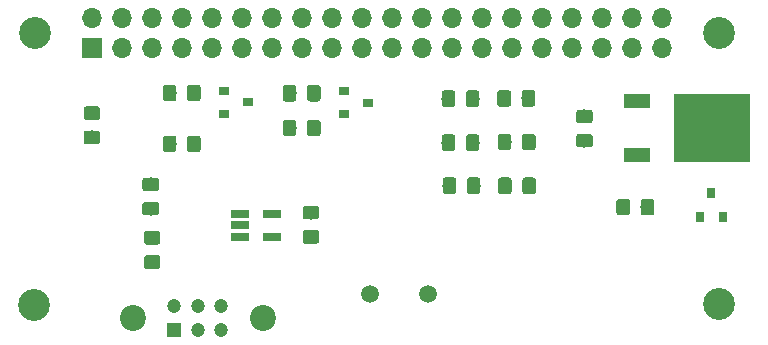
<source format=gbr>
G04 #@! TF.GenerationSoftware,KiCad,Pcbnew,(5.1.4)-1*
G04 #@! TF.CreationDate,2021-07-02T22:09:11-07:00*
G04 #@! TF.ProjectId,RocketPi,526f636b-6574-4506-992e-6b696361645f,rev?*
G04 #@! TF.SameCoordinates,Original*
G04 #@! TF.FileFunction,Soldermask,Top*
G04 #@! TF.FilePolarity,Negative*
%FSLAX46Y46*%
G04 Gerber Fmt 4.6, Leading zero omitted, Abs format (unit mm)*
G04 Created by KiCad (PCBNEW (5.1.4)-1) date 2021-07-02 22:09:11*
%MOMM*%
%LPD*%
G04 APERTURE LIST*
%ADD10C,2.700000*%
%ADD11C,0.100000*%
%ADD12C,1.150000*%
%ADD13C,1.500000*%
%ADD14R,1.560000X0.650000*%
%ADD15R,0.900000X0.800000*%
%ADD16R,6.400000X5.800000*%
%ADD17R,2.200000X1.200000*%
%ADD18R,0.800000X0.900000*%
%ADD19O,1.700000X1.700000*%
%ADD20R,1.700000X1.700000*%
%ADD21C,2.200000*%
%ADD22C,1.200000*%
%ADD23R,1.200000X1.200000*%
G04 APERTURE END LIST*
D10*
X126466600Y-45618400D03*
X126466600Y-68605400D03*
X68529200Y-68681600D03*
X68554600Y-45669200D03*
D11*
G36*
X105997105Y-50507604D02*
G01*
X106021373Y-50511204D01*
X106045172Y-50517165D01*
X106068271Y-50525430D01*
X106090450Y-50535920D01*
X106111493Y-50548532D01*
X106131199Y-50563147D01*
X106149377Y-50579623D01*
X106165853Y-50597801D01*
X106180468Y-50617507D01*
X106193080Y-50638550D01*
X106203570Y-50660729D01*
X106211835Y-50683828D01*
X106217796Y-50707627D01*
X106221396Y-50731895D01*
X106222600Y-50756399D01*
X106222600Y-51656401D01*
X106221396Y-51680905D01*
X106217796Y-51705173D01*
X106211835Y-51728972D01*
X106203570Y-51752071D01*
X106193080Y-51774250D01*
X106180468Y-51795293D01*
X106165853Y-51814999D01*
X106149377Y-51833177D01*
X106131199Y-51849653D01*
X106111493Y-51864268D01*
X106090450Y-51876880D01*
X106068271Y-51887370D01*
X106045172Y-51895635D01*
X106021373Y-51901596D01*
X105997105Y-51905196D01*
X105972601Y-51906400D01*
X105322599Y-51906400D01*
X105298095Y-51905196D01*
X105273827Y-51901596D01*
X105250028Y-51895635D01*
X105226929Y-51887370D01*
X105204750Y-51876880D01*
X105183707Y-51864268D01*
X105164001Y-51849653D01*
X105145823Y-51833177D01*
X105129347Y-51814999D01*
X105114732Y-51795293D01*
X105102120Y-51774250D01*
X105091630Y-51752071D01*
X105083365Y-51728972D01*
X105077404Y-51705173D01*
X105073804Y-51680905D01*
X105072600Y-51656401D01*
X105072600Y-50756399D01*
X105073804Y-50731895D01*
X105077404Y-50707627D01*
X105083365Y-50683828D01*
X105091630Y-50660729D01*
X105102120Y-50638550D01*
X105114732Y-50617507D01*
X105129347Y-50597801D01*
X105145823Y-50579623D01*
X105164001Y-50563147D01*
X105183707Y-50548532D01*
X105204750Y-50535920D01*
X105226929Y-50525430D01*
X105250028Y-50517165D01*
X105273827Y-50511204D01*
X105298095Y-50507604D01*
X105322599Y-50506400D01*
X105972601Y-50506400D01*
X105997105Y-50507604D01*
X105997105Y-50507604D01*
G37*
D12*
X105647600Y-51206400D03*
D11*
G36*
X103947105Y-50507604D02*
G01*
X103971373Y-50511204D01*
X103995172Y-50517165D01*
X104018271Y-50525430D01*
X104040450Y-50535920D01*
X104061493Y-50548532D01*
X104081199Y-50563147D01*
X104099377Y-50579623D01*
X104115853Y-50597801D01*
X104130468Y-50617507D01*
X104143080Y-50638550D01*
X104153570Y-50660729D01*
X104161835Y-50683828D01*
X104167796Y-50707627D01*
X104171396Y-50731895D01*
X104172600Y-50756399D01*
X104172600Y-51656401D01*
X104171396Y-51680905D01*
X104167796Y-51705173D01*
X104161835Y-51728972D01*
X104153570Y-51752071D01*
X104143080Y-51774250D01*
X104130468Y-51795293D01*
X104115853Y-51814999D01*
X104099377Y-51833177D01*
X104081199Y-51849653D01*
X104061493Y-51864268D01*
X104040450Y-51876880D01*
X104018271Y-51887370D01*
X103995172Y-51895635D01*
X103971373Y-51901596D01*
X103947105Y-51905196D01*
X103922601Y-51906400D01*
X103272599Y-51906400D01*
X103248095Y-51905196D01*
X103223827Y-51901596D01*
X103200028Y-51895635D01*
X103176929Y-51887370D01*
X103154750Y-51876880D01*
X103133707Y-51864268D01*
X103114001Y-51849653D01*
X103095823Y-51833177D01*
X103079347Y-51814999D01*
X103064732Y-51795293D01*
X103052120Y-51774250D01*
X103041630Y-51752071D01*
X103033365Y-51728972D01*
X103027404Y-51705173D01*
X103023804Y-51680905D01*
X103022600Y-51656401D01*
X103022600Y-50756399D01*
X103023804Y-50731895D01*
X103027404Y-50707627D01*
X103033365Y-50683828D01*
X103041630Y-50660729D01*
X103052120Y-50638550D01*
X103064732Y-50617507D01*
X103079347Y-50597801D01*
X103095823Y-50579623D01*
X103114001Y-50563147D01*
X103133707Y-50548532D01*
X103154750Y-50535920D01*
X103176929Y-50525430D01*
X103200028Y-50517165D01*
X103223827Y-50511204D01*
X103248095Y-50507604D01*
X103272599Y-50506400D01*
X103922601Y-50506400D01*
X103947105Y-50507604D01*
X103947105Y-50507604D01*
G37*
D12*
X103597600Y-51206400D03*
D11*
G36*
X103951905Y-54235604D02*
G01*
X103976173Y-54239204D01*
X103999972Y-54245165D01*
X104023071Y-54253430D01*
X104045250Y-54263920D01*
X104066293Y-54276532D01*
X104085999Y-54291147D01*
X104104177Y-54307623D01*
X104120653Y-54325801D01*
X104135268Y-54345507D01*
X104147880Y-54366550D01*
X104158370Y-54388729D01*
X104166635Y-54411828D01*
X104172596Y-54435627D01*
X104176196Y-54459895D01*
X104177400Y-54484399D01*
X104177400Y-55384401D01*
X104176196Y-55408905D01*
X104172596Y-55433173D01*
X104166635Y-55456972D01*
X104158370Y-55480071D01*
X104147880Y-55502250D01*
X104135268Y-55523293D01*
X104120653Y-55542999D01*
X104104177Y-55561177D01*
X104085999Y-55577653D01*
X104066293Y-55592268D01*
X104045250Y-55604880D01*
X104023071Y-55615370D01*
X103999972Y-55623635D01*
X103976173Y-55629596D01*
X103951905Y-55633196D01*
X103927401Y-55634400D01*
X103277399Y-55634400D01*
X103252895Y-55633196D01*
X103228627Y-55629596D01*
X103204828Y-55623635D01*
X103181729Y-55615370D01*
X103159550Y-55604880D01*
X103138507Y-55592268D01*
X103118801Y-55577653D01*
X103100623Y-55561177D01*
X103084147Y-55542999D01*
X103069532Y-55523293D01*
X103056920Y-55502250D01*
X103046430Y-55480071D01*
X103038165Y-55456972D01*
X103032204Y-55433173D01*
X103028604Y-55408905D01*
X103027400Y-55384401D01*
X103027400Y-54484399D01*
X103028604Y-54459895D01*
X103032204Y-54435627D01*
X103038165Y-54411828D01*
X103046430Y-54388729D01*
X103056920Y-54366550D01*
X103069532Y-54345507D01*
X103084147Y-54325801D01*
X103100623Y-54307623D01*
X103118801Y-54291147D01*
X103138507Y-54276532D01*
X103159550Y-54263920D01*
X103181729Y-54253430D01*
X103204828Y-54245165D01*
X103228627Y-54239204D01*
X103252895Y-54235604D01*
X103277399Y-54234400D01*
X103927401Y-54234400D01*
X103951905Y-54235604D01*
X103951905Y-54235604D01*
G37*
D12*
X103602400Y-54934400D03*
D11*
G36*
X106001905Y-54235604D02*
G01*
X106026173Y-54239204D01*
X106049972Y-54245165D01*
X106073071Y-54253430D01*
X106095250Y-54263920D01*
X106116293Y-54276532D01*
X106135999Y-54291147D01*
X106154177Y-54307623D01*
X106170653Y-54325801D01*
X106185268Y-54345507D01*
X106197880Y-54366550D01*
X106208370Y-54388729D01*
X106216635Y-54411828D01*
X106222596Y-54435627D01*
X106226196Y-54459895D01*
X106227400Y-54484399D01*
X106227400Y-55384401D01*
X106226196Y-55408905D01*
X106222596Y-55433173D01*
X106216635Y-55456972D01*
X106208370Y-55480071D01*
X106197880Y-55502250D01*
X106185268Y-55523293D01*
X106170653Y-55542999D01*
X106154177Y-55561177D01*
X106135999Y-55577653D01*
X106116293Y-55592268D01*
X106095250Y-55604880D01*
X106073071Y-55615370D01*
X106049972Y-55623635D01*
X106026173Y-55629596D01*
X106001905Y-55633196D01*
X105977401Y-55634400D01*
X105327399Y-55634400D01*
X105302895Y-55633196D01*
X105278627Y-55629596D01*
X105254828Y-55623635D01*
X105231729Y-55615370D01*
X105209550Y-55604880D01*
X105188507Y-55592268D01*
X105168801Y-55577653D01*
X105150623Y-55561177D01*
X105134147Y-55542999D01*
X105119532Y-55523293D01*
X105106920Y-55502250D01*
X105096430Y-55480071D01*
X105088165Y-55456972D01*
X105082204Y-55433173D01*
X105078604Y-55408905D01*
X105077400Y-55384401D01*
X105077400Y-54484399D01*
X105078604Y-54459895D01*
X105082204Y-54435627D01*
X105088165Y-54411828D01*
X105096430Y-54388729D01*
X105106920Y-54366550D01*
X105119532Y-54345507D01*
X105134147Y-54325801D01*
X105150623Y-54307623D01*
X105168801Y-54291147D01*
X105188507Y-54276532D01*
X105209550Y-54263920D01*
X105231729Y-54253430D01*
X105254828Y-54245165D01*
X105278627Y-54239204D01*
X105302895Y-54235604D01*
X105327399Y-54234400D01*
X105977401Y-54234400D01*
X106001905Y-54235604D01*
X106001905Y-54235604D01*
G37*
D12*
X105652400Y-54934400D03*
D11*
G36*
X108671505Y-50490204D02*
G01*
X108695773Y-50493804D01*
X108719572Y-50499765D01*
X108742671Y-50508030D01*
X108764850Y-50518520D01*
X108785893Y-50531132D01*
X108805599Y-50545747D01*
X108823777Y-50562223D01*
X108840253Y-50580401D01*
X108854868Y-50600107D01*
X108867480Y-50621150D01*
X108877970Y-50643329D01*
X108886235Y-50666428D01*
X108892196Y-50690227D01*
X108895796Y-50714495D01*
X108897000Y-50738999D01*
X108897000Y-51639001D01*
X108895796Y-51663505D01*
X108892196Y-51687773D01*
X108886235Y-51711572D01*
X108877970Y-51734671D01*
X108867480Y-51756850D01*
X108854868Y-51777893D01*
X108840253Y-51797599D01*
X108823777Y-51815777D01*
X108805599Y-51832253D01*
X108785893Y-51846868D01*
X108764850Y-51859480D01*
X108742671Y-51869970D01*
X108719572Y-51878235D01*
X108695773Y-51884196D01*
X108671505Y-51887796D01*
X108647001Y-51889000D01*
X107996999Y-51889000D01*
X107972495Y-51887796D01*
X107948227Y-51884196D01*
X107924428Y-51878235D01*
X107901329Y-51869970D01*
X107879150Y-51859480D01*
X107858107Y-51846868D01*
X107838401Y-51832253D01*
X107820223Y-51815777D01*
X107803747Y-51797599D01*
X107789132Y-51777893D01*
X107776520Y-51756850D01*
X107766030Y-51734671D01*
X107757765Y-51711572D01*
X107751804Y-51687773D01*
X107748204Y-51663505D01*
X107747000Y-51639001D01*
X107747000Y-50738999D01*
X107748204Y-50714495D01*
X107751804Y-50690227D01*
X107757765Y-50666428D01*
X107766030Y-50643329D01*
X107776520Y-50621150D01*
X107789132Y-50600107D01*
X107803747Y-50580401D01*
X107820223Y-50562223D01*
X107838401Y-50545747D01*
X107858107Y-50531132D01*
X107879150Y-50518520D01*
X107901329Y-50508030D01*
X107924428Y-50499765D01*
X107948227Y-50493804D01*
X107972495Y-50490204D01*
X107996999Y-50489000D01*
X108647001Y-50489000D01*
X108671505Y-50490204D01*
X108671505Y-50490204D01*
G37*
D12*
X108322000Y-51189000D03*
D11*
G36*
X110721505Y-50490204D02*
G01*
X110745773Y-50493804D01*
X110769572Y-50499765D01*
X110792671Y-50508030D01*
X110814850Y-50518520D01*
X110835893Y-50531132D01*
X110855599Y-50545747D01*
X110873777Y-50562223D01*
X110890253Y-50580401D01*
X110904868Y-50600107D01*
X110917480Y-50621150D01*
X110927970Y-50643329D01*
X110936235Y-50666428D01*
X110942196Y-50690227D01*
X110945796Y-50714495D01*
X110947000Y-50738999D01*
X110947000Y-51639001D01*
X110945796Y-51663505D01*
X110942196Y-51687773D01*
X110936235Y-51711572D01*
X110927970Y-51734671D01*
X110917480Y-51756850D01*
X110904868Y-51777893D01*
X110890253Y-51797599D01*
X110873777Y-51815777D01*
X110855599Y-51832253D01*
X110835893Y-51846868D01*
X110814850Y-51859480D01*
X110792671Y-51869970D01*
X110769572Y-51878235D01*
X110745773Y-51884196D01*
X110721505Y-51887796D01*
X110697001Y-51889000D01*
X110046999Y-51889000D01*
X110022495Y-51887796D01*
X109998227Y-51884196D01*
X109974428Y-51878235D01*
X109951329Y-51869970D01*
X109929150Y-51859480D01*
X109908107Y-51846868D01*
X109888401Y-51832253D01*
X109870223Y-51815777D01*
X109853747Y-51797599D01*
X109839132Y-51777893D01*
X109826520Y-51756850D01*
X109816030Y-51734671D01*
X109807765Y-51711572D01*
X109801804Y-51687773D01*
X109798204Y-51663505D01*
X109797000Y-51639001D01*
X109797000Y-50738999D01*
X109798204Y-50714495D01*
X109801804Y-50690227D01*
X109807765Y-50666428D01*
X109816030Y-50643329D01*
X109826520Y-50621150D01*
X109839132Y-50600107D01*
X109853747Y-50580401D01*
X109870223Y-50562223D01*
X109888401Y-50545747D01*
X109908107Y-50531132D01*
X109929150Y-50518520D01*
X109951329Y-50508030D01*
X109974428Y-50499765D01*
X109998227Y-50493804D01*
X110022495Y-50490204D01*
X110046999Y-50489000D01*
X110697001Y-50489000D01*
X110721505Y-50490204D01*
X110721505Y-50490204D01*
G37*
D12*
X110372000Y-51189000D03*
D11*
G36*
X108696905Y-54190604D02*
G01*
X108721173Y-54194204D01*
X108744972Y-54200165D01*
X108768071Y-54208430D01*
X108790250Y-54218920D01*
X108811293Y-54231532D01*
X108830999Y-54246147D01*
X108849177Y-54262623D01*
X108865653Y-54280801D01*
X108880268Y-54300507D01*
X108892880Y-54321550D01*
X108903370Y-54343729D01*
X108911635Y-54366828D01*
X108917596Y-54390627D01*
X108921196Y-54414895D01*
X108922400Y-54439399D01*
X108922400Y-55339401D01*
X108921196Y-55363905D01*
X108917596Y-55388173D01*
X108911635Y-55411972D01*
X108903370Y-55435071D01*
X108892880Y-55457250D01*
X108880268Y-55478293D01*
X108865653Y-55497999D01*
X108849177Y-55516177D01*
X108830999Y-55532653D01*
X108811293Y-55547268D01*
X108790250Y-55559880D01*
X108768071Y-55570370D01*
X108744972Y-55578635D01*
X108721173Y-55584596D01*
X108696905Y-55588196D01*
X108672401Y-55589400D01*
X108022399Y-55589400D01*
X107997895Y-55588196D01*
X107973627Y-55584596D01*
X107949828Y-55578635D01*
X107926729Y-55570370D01*
X107904550Y-55559880D01*
X107883507Y-55547268D01*
X107863801Y-55532653D01*
X107845623Y-55516177D01*
X107829147Y-55497999D01*
X107814532Y-55478293D01*
X107801920Y-55457250D01*
X107791430Y-55435071D01*
X107783165Y-55411972D01*
X107777204Y-55388173D01*
X107773604Y-55363905D01*
X107772400Y-55339401D01*
X107772400Y-54439399D01*
X107773604Y-54414895D01*
X107777204Y-54390627D01*
X107783165Y-54366828D01*
X107791430Y-54343729D01*
X107801920Y-54321550D01*
X107814532Y-54300507D01*
X107829147Y-54280801D01*
X107845623Y-54262623D01*
X107863801Y-54246147D01*
X107883507Y-54231532D01*
X107904550Y-54218920D01*
X107926729Y-54208430D01*
X107949828Y-54200165D01*
X107973627Y-54194204D01*
X107997895Y-54190604D01*
X108022399Y-54189400D01*
X108672401Y-54189400D01*
X108696905Y-54190604D01*
X108696905Y-54190604D01*
G37*
D12*
X108347400Y-54889400D03*
D11*
G36*
X110746905Y-54190604D02*
G01*
X110771173Y-54194204D01*
X110794972Y-54200165D01*
X110818071Y-54208430D01*
X110840250Y-54218920D01*
X110861293Y-54231532D01*
X110880999Y-54246147D01*
X110899177Y-54262623D01*
X110915653Y-54280801D01*
X110930268Y-54300507D01*
X110942880Y-54321550D01*
X110953370Y-54343729D01*
X110961635Y-54366828D01*
X110967596Y-54390627D01*
X110971196Y-54414895D01*
X110972400Y-54439399D01*
X110972400Y-55339401D01*
X110971196Y-55363905D01*
X110967596Y-55388173D01*
X110961635Y-55411972D01*
X110953370Y-55435071D01*
X110942880Y-55457250D01*
X110930268Y-55478293D01*
X110915653Y-55497999D01*
X110899177Y-55516177D01*
X110880999Y-55532653D01*
X110861293Y-55547268D01*
X110840250Y-55559880D01*
X110818071Y-55570370D01*
X110794972Y-55578635D01*
X110771173Y-55584596D01*
X110746905Y-55588196D01*
X110722401Y-55589400D01*
X110072399Y-55589400D01*
X110047895Y-55588196D01*
X110023627Y-55584596D01*
X109999828Y-55578635D01*
X109976729Y-55570370D01*
X109954550Y-55559880D01*
X109933507Y-55547268D01*
X109913801Y-55532653D01*
X109895623Y-55516177D01*
X109879147Y-55497999D01*
X109864532Y-55478293D01*
X109851920Y-55457250D01*
X109841430Y-55435071D01*
X109833165Y-55411972D01*
X109827204Y-55388173D01*
X109823604Y-55363905D01*
X109822400Y-55339401D01*
X109822400Y-54439399D01*
X109823604Y-54414895D01*
X109827204Y-54390627D01*
X109833165Y-54366828D01*
X109841430Y-54343729D01*
X109851920Y-54321550D01*
X109864532Y-54300507D01*
X109879147Y-54280801D01*
X109895623Y-54262623D01*
X109913801Y-54246147D01*
X109933507Y-54231532D01*
X109954550Y-54218920D01*
X109976729Y-54208430D01*
X109999828Y-54200165D01*
X110023627Y-54194204D01*
X110047895Y-54190604D01*
X110072399Y-54189400D01*
X110722401Y-54189400D01*
X110746905Y-54190604D01*
X110746905Y-54190604D01*
G37*
D12*
X110397400Y-54889400D03*
D13*
X96948600Y-67792600D03*
X101828600Y-67792600D03*
D14*
X88675200Y-61000600D03*
X88675200Y-62900600D03*
X85975200Y-62900600D03*
X85975200Y-61950600D03*
X85975200Y-61000600D03*
D11*
G36*
X82388705Y-54343004D02*
G01*
X82412973Y-54346604D01*
X82436772Y-54352565D01*
X82459871Y-54360830D01*
X82482050Y-54371320D01*
X82503093Y-54383932D01*
X82522799Y-54398547D01*
X82540977Y-54415023D01*
X82557453Y-54433201D01*
X82572068Y-54452907D01*
X82584680Y-54473950D01*
X82595170Y-54496129D01*
X82603435Y-54519228D01*
X82609396Y-54543027D01*
X82612996Y-54567295D01*
X82614200Y-54591799D01*
X82614200Y-55491801D01*
X82612996Y-55516305D01*
X82609396Y-55540573D01*
X82603435Y-55564372D01*
X82595170Y-55587471D01*
X82584680Y-55609650D01*
X82572068Y-55630693D01*
X82557453Y-55650399D01*
X82540977Y-55668577D01*
X82522799Y-55685053D01*
X82503093Y-55699668D01*
X82482050Y-55712280D01*
X82459871Y-55722770D01*
X82436772Y-55731035D01*
X82412973Y-55736996D01*
X82388705Y-55740596D01*
X82364201Y-55741800D01*
X81714199Y-55741800D01*
X81689695Y-55740596D01*
X81665427Y-55736996D01*
X81641628Y-55731035D01*
X81618529Y-55722770D01*
X81596350Y-55712280D01*
X81575307Y-55699668D01*
X81555601Y-55685053D01*
X81537423Y-55668577D01*
X81520947Y-55650399D01*
X81506332Y-55630693D01*
X81493720Y-55609650D01*
X81483230Y-55587471D01*
X81474965Y-55564372D01*
X81469004Y-55540573D01*
X81465404Y-55516305D01*
X81464200Y-55491801D01*
X81464200Y-54591799D01*
X81465404Y-54567295D01*
X81469004Y-54543027D01*
X81474965Y-54519228D01*
X81483230Y-54496129D01*
X81493720Y-54473950D01*
X81506332Y-54452907D01*
X81520947Y-54433201D01*
X81537423Y-54415023D01*
X81555601Y-54398547D01*
X81575307Y-54383932D01*
X81596350Y-54371320D01*
X81618529Y-54360830D01*
X81641628Y-54352565D01*
X81665427Y-54346604D01*
X81689695Y-54343004D01*
X81714199Y-54341800D01*
X82364201Y-54341800D01*
X82388705Y-54343004D01*
X82388705Y-54343004D01*
G37*
D12*
X82039200Y-55041800D03*
D11*
G36*
X80338705Y-54343004D02*
G01*
X80362973Y-54346604D01*
X80386772Y-54352565D01*
X80409871Y-54360830D01*
X80432050Y-54371320D01*
X80453093Y-54383932D01*
X80472799Y-54398547D01*
X80490977Y-54415023D01*
X80507453Y-54433201D01*
X80522068Y-54452907D01*
X80534680Y-54473950D01*
X80545170Y-54496129D01*
X80553435Y-54519228D01*
X80559396Y-54543027D01*
X80562996Y-54567295D01*
X80564200Y-54591799D01*
X80564200Y-55491801D01*
X80562996Y-55516305D01*
X80559396Y-55540573D01*
X80553435Y-55564372D01*
X80545170Y-55587471D01*
X80534680Y-55609650D01*
X80522068Y-55630693D01*
X80507453Y-55650399D01*
X80490977Y-55668577D01*
X80472799Y-55685053D01*
X80453093Y-55699668D01*
X80432050Y-55712280D01*
X80409871Y-55722770D01*
X80386772Y-55731035D01*
X80362973Y-55736996D01*
X80338705Y-55740596D01*
X80314201Y-55741800D01*
X79664199Y-55741800D01*
X79639695Y-55740596D01*
X79615427Y-55736996D01*
X79591628Y-55731035D01*
X79568529Y-55722770D01*
X79546350Y-55712280D01*
X79525307Y-55699668D01*
X79505601Y-55685053D01*
X79487423Y-55668577D01*
X79470947Y-55650399D01*
X79456332Y-55630693D01*
X79443720Y-55609650D01*
X79433230Y-55587471D01*
X79424965Y-55564372D01*
X79419004Y-55540573D01*
X79415404Y-55516305D01*
X79414200Y-55491801D01*
X79414200Y-54591799D01*
X79415404Y-54567295D01*
X79419004Y-54543027D01*
X79424965Y-54519228D01*
X79433230Y-54496129D01*
X79443720Y-54473950D01*
X79456332Y-54452907D01*
X79470947Y-54433201D01*
X79487423Y-54415023D01*
X79505601Y-54398547D01*
X79525307Y-54383932D01*
X79546350Y-54371320D01*
X79568529Y-54360830D01*
X79591628Y-54352565D01*
X79615427Y-54346604D01*
X79639695Y-54343004D01*
X79664199Y-54341800D01*
X80314201Y-54341800D01*
X80338705Y-54343004D01*
X80338705Y-54343004D01*
G37*
D12*
X79989200Y-55041800D03*
D11*
G36*
X82388705Y-50031004D02*
G01*
X82412973Y-50034604D01*
X82436772Y-50040565D01*
X82459871Y-50048830D01*
X82482050Y-50059320D01*
X82503093Y-50071932D01*
X82522799Y-50086547D01*
X82540977Y-50103023D01*
X82557453Y-50121201D01*
X82572068Y-50140907D01*
X82584680Y-50161950D01*
X82595170Y-50184129D01*
X82603435Y-50207228D01*
X82609396Y-50231027D01*
X82612996Y-50255295D01*
X82614200Y-50279799D01*
X82614200Y-51179801D01*
X82612996Y-51204305D01*
X82609396Y-51228573D01*
X82603435Y-51252372D01*
X82595170Y-51275471D01*
X82584680Y-51297650D01*
X82572068Y-51318693D01*
X82557453Y-51338399D01*
X82540977Y-51356577D01*
X82522799Y-51373053D01*
X82503093Y-51387668D01*
X82482050Y-51400280D01*
X82459871Y-51410770D01*
X82436772Y-51419035D01*
X82412973Y-51424996D01*
X82388705Y-51428596D01*
X82364201Y-51429800D01*
X81714199Y-51429800D01*
X81689695Y-51428596D01*
X81665427Y-51424996D01*
X81641628Y-51419035D01*
X81618529Y-51410770D01*
X81596350Y-51400280D01*
X81575307Y-51387668D01*
X81555601Y-51373053D01*
X81537423Y-51356577D01*
X81520947Y-51338399D01*
X81506332Y-51318693D01*
X81493720Y-51297650D01*
X81483230Y-51275471D01*
X81474965Y-51252372D01*
X81469004Y-51228573D01*
X81465404Y-51204305D01*
X81464200Y-51179801D01*
X81464200Y-50279799D01*
X81465404Y-50255295D01*
X81469004Y-50231027D01*
X81474965Y-50207228D01*
X81483230Y-50184129D01*
X81493720Y-50161950D01*
X81506332Y-50140907D01*
X81520947Y-50121201D01*
X81537423Y-50103023D01*
X81555601Y-50086547D01*
X81575307Y-50071932D01*
X81596350Y-50059320D01*
X81618529Y-50048830D01*
X81641628Y-50040565D01*
X81665427Y-50034604D01*
X81689695Y-50031004D01*
X81714199Y-50029800D01*
X82364201Y-50029800D01*
X82388705Y-50031004D01*
X82388705Y-50031004D01*
G37*
D12*
X82039200Y-50729800D03*
D11*
G36*
X80338705Y-50031004D02*
G01*
X80362973Y-50034604D01*
X80386772Y-50040565D01*
X80409871Y-50048830D01*
X80432050Y-50059320D01*
X80453093Y-50071932D01*
X80472799Y-50086547D01*
X80490977Y-50103023D01*
X80507453Y-50121201D01*
X80522068Y-50140907D01*
X80534680Y-50161950D01*
X80545170Y-50184129D01*
X80553435Y-50207228D01*
X80559396Y-50231027D01*
X80562996Y-50255295D01*
X80564200Y-50279799D01*
X80564200Y-51179801D01*
X80562996Y-51204305D01*
X80559396Y-51228573D01*
X80553435Y-51252372D01*
X80545170Y-51275471D01*
X80534680Y-51297650D01*
X80522068Y-51318693D01*
X80507453Y-51338399D01*
X80490977Y-51356577D01*
X80472799Y-51373053D01*
X80453093Y-51387668D01*
X80432050Y-51400280D01*
X80409871Y-51410770D01*
X80386772Y-51419035D01*
X80362973Y-51424996D01*
X80338705Y-51428596D01*
X80314201Y-51429800D01*
X79664199Y-51429800D01*
X79639695Y-51428596D01*
X79615427Y-51424996D01*
X79591628Y-51419035D01*
X79568529Y-51410770D01*
X79546350Y-51400280D01*
X79525307Y-51387668D01*
X79505601Y-51373053D01*
X79487423Y-51356577D01*
X79470947Y-51338399D01*
X79456332Y-51318693D01*
X79443720Y-51297650D01*
X79433230Y-51275471D01*
X79424965Y-51252372D01*
X79419004Y-51228573D01*
X79415404Y-51204305D01*
X79414200Y-51179801D01*
X79414200Y-50279799D01*
X79415404Y-50255295D01*
X79419004Y-50231027D01*
X79424965Y-50207228D01*
X79433230Y-50184129D01*
X79443720Y-50161950D01*
X79456332Y-50140907D01*
X79470947Y-50121201D01*
X79487423Y-50103023D01*
X79505601Y-50086547D01*
X79525307Y-50071932D01*
X79546350Y-50059320D01*
X79568529Y-50048830D01*
X79591628Y-50040565D01*
X79615427Y-50034604D01*
X79639695Y-50031004D01*
X79664199Y-50029800D01*
X80314201Y-50029800D01*
X80338705Y-50031004D01*
X80338705Y-50031004D01*
G37*
D12*
X79989200Y-50729800D03*
D11*
G36*
X92546505Y-53004404D02*
G01*
X92570773Y-53008004D01*
X92594572Y-53013965D01*
X92617671Y-53022230D01*
X92639850Y-53032720D01*
X92660893Y-53045332D01*
X92680599Y-53059947D01*
X92698777Y-53076423D01*
X92715253Y-53094601D01*
X92729868Y-53114307D01*
X92742480Y-53135350D01*
X92752970Y-53157529D01*
X92761235Y-53180628D01*
X92767196Y-53204427D01*
X92770796Y-53228695D01*
X92772000Y-53253199D01*
X92772000Y-54153201D01*
X92770796Y-54177705D01*
X92767196Y-54201973D01*
X92761235Y-54225772D01*
X92752970Y-54248871D01*
X92742480Y-54271050D01*
X92729868Y-54292093D01*
X92715253Y-54311799D01*
X92698777Y-54329977D01*
X92680599Y-54346453D01*
X92660893Y-54361068D01*
X92639850Y-54373680D01*
X92617671Y-54384170D01*
X92594572Y-54392435D01*
X92570773Y-54398396D01*
X92546505Y-54401996D01*
X92522001Y-54403200D01*
X91871999Y-54403200D01*
X91847495Y-54401996D01*
X91823227Y-54398396D01*
X91799428Y-54392435D01*
X91776329Y-54384170D01*
X91754150Y-54373680D01*
X91733107Y-54361068D01*
X91713401Y-54346453D01*
X91695223Y-54329977D01*
X91678747Y-54311799D01*
X91664132Y-54292093D01*
X91651520Y-54271050D01*
X91641030Y-54248871D01*
X91632765Y-54225772D01*
X91626804Y-54201973D01*
X91623204Y-54177705D01*
X91622000Y-54153201D01*
X91622000Y-53253199D01*
X91623204Y-53228695D01*
X91626804Y-53204427D01*
X91632765Y-53180628D01*
X91641030Y-53157529D01*
X91651520Y-53135350D01*
X91664132Y-53114307D01*
X91678747Y-53094601D01*
X91695223Y-53076423D01*
X91713401Y-53059947D01*
X91733107Y-53045332D01*
X91754150Y-53032720D01*
X91776329Y-53022230D01*
X91799428Y-53013965D01*
X91823227Y-53008004D01*
X91847495Y-53004404D01*
X91871999Y-53003200D01*
X92522001Y-53003200D01*
X92546505Y-53004404D01*
X92546505Y-53004404D01*
G37*
D12*
X92197000Y-53703200D03*
D11*
G36*
X90496505Y-53004404D02*
G01*
X90520773Y-53008004D01*
X90544572Y-53013965D01*
X90567671Y-53022230D01*
X90589850Y-53032720D01*
X90610893Y-53045332D01*
X90630599Y-53059947D01*
X90648777Y-53076423D01*
X90665253Y-53094601D01*
X90679868Y-53114307D01*
X90692480Y-53135350D01*
X90702970Y-53157529D01*
X90711235Y-53180628D01*
X90717196Y-53204427D01*
X90720796Y-53228695D01*
X90722000Y-53253199D01*
X90722000Y-54153201D01*
X90720796Y-54177705D01*
X90717196Y-54201973D01*
X90711235Y-54225772D01*
X90702970Y-54248871D01*
X90692480Y-54271050D01*
X90679868Y-54292093D01*
X90665253Y-54311799D01*
X90648777Y-54329977D01*
X90630599Y-54346453D01*
X90610893Y-54361068D01*
X90589850Y-54373680D01*
X90567671Y-54384170D01*
X90544572Y-54392435D01*
X90520773Y-54398396D01*
X90496505Y-54401996D01*
X90472001Y-54403200D01*
X89821999Y-54403200D01*
X89797495Y-54401996D01*
X89773227Y-54398396D01*
X89749428Y-54392435D01*
X89726329Y-54384170D01*
X89704150Y-54373680D01*
X89683107Y-54361068D01*
X89663401Y-54346453D01*
X89645223Y-54329977D01*
X89628747Y-54311799D01*
X89614132Y-54292093D01*
X89601520Y-54271050D01*
X89591030Y-54248871D01*
X89582765Y-54225772D01*
X89576804Y-54201973D01*
X89573204Y-54177705D01*
X89572000Y-54153201D01*
X89572000Y-53253199D01*
X89573204Y-53228695D01*
X89576804Y-53204427D01*
X89582765Y-53180628D01*
X89591030Y-53157529D01*
X89601520Y-53135350D01*
X89614132Y-53114307D01*
X89628747Y-53094601D01*
X89645223Y-53076423D01*
X89663401Y-53059947D01*
X89683107Y-53045332D01*
X89704150Y-53032720D01*
X89726329Y-53022230D01*
X89749428Y-53013965D01*
X89773227Y-53008004D01*
X89797495Y-53004404D01*
X89821999Y-53003200D01*
X90472001Y-53003200D01*
X90496505Y-53004404D01*
X90496505Y-53004404D01*
G37*
D12*
X90147000Y-53703200D03*
D11*
G36*
X92546505Y-50054404D02*
G01*
X92570773Y-50058004D01*
X92594572Y-50063965D01*
X92617671Y-50072230D01*
X92639850Y-50082720D01*
X92660893Y-50095332D01*
X92680599Y-50109947D01*
X92698777Y-50126423D01*
X92715253Y-50144601D01*
X92729868Y-50164307D01*
X92742480Y-50185350D01*
X92752970Y-50207529D01*
X92761235Y-50230628D01*
X92767196Y-50254427D01*
X92770796Y-50278695D01*
X92772000Y-50303199D01*
X92772000Y-51203201D01*
X92770796Y-51227705D01*
X92767196Y-51251973D01*
X92761235Y-51275772D01*
X92752970Y-51298871D01*
X92742480Y-51321050D01*
X92729868Y-51342093D01*
X92715253Y-51361799D01*
X92698777Y-51379977D01*
X92680599Y-51396453D01*
X92660893Y-51411068D01*
X92639850Y-51423680D01*
X92617671Y-51434170D01*
X92594572Y-51442435D01*
X92570773Y-51448396D01*
X92546505Y-51451996D01*
X92522001Y-51453200D01*
X91871999Y-51453200D01*
X91847495Y-51451996D01*
X91823227Y-51448396D01*
X91799428Y-51442435D01*
X91776329Y-51434170D01*
X91754150Y-51423680D01*
X91733107Y-51411068D01*
X91713401Y-51396453D01*
X91695223Y-51379977D01*
X91678747Y-51361799D01*
X91664132Y-51342093D01*
X91651520Y-51321050D01*
X91641030Y-51298871D01*
X91632765Y-51275772D01*
X91626804Y-51251973D01*
X91623204Y-51227705D01*
X91622000Y-51203201D01*
X91622000Y-50303199D01*
X91623204Y-50278695D01*
X91626804Y-50254427D01*
X91632765Y-50230628D01*
X91641030Y-50207529D01*
X91651520Y-50185350D01*
X91664132Y-50164307D01*
X91678747Y-50144601D01*
X91695223Y-50126423D01*
X91713401Y-50109947D01*
X91733107Y-50095332D01*
X91754150Y-50082720D01*
X91776329Y-50072230D01*
X91799428Y-50063965D01*
X91823227Y-50058004D01*
X91847495Y-50054404D01*
X91871999Y-50053200D01*
X92522001Y-50053200D01*
X92546505Y-50054404D01*
X92546505Y-50054404D01*
G37*
D12*
X92197000Y-50753200D03*
D11*
G36*
X90496505Y-50054404D02*
G01*
X90520773Y-50058004D01*
X90544572Y-50063965D01*
X90567671Y-50072230D01*
X90589850Y-50082720D01*
X90610893Y-50095332D01*
X90630599Y-50109947D01*
X90648777Y-50126423D01*
X90665253Y-50144601D01*
X90679868Y-50164307D01*
X90692480Y-50185350D01*
X90702970Y-50207529D01*
X90711235Y-50230628D01*
X90717196Y-50254427D01*
X90720796Y-50278695D01*
X90722000Y-50303199D01*
X90722000Y-51203201D01*
X90720796Y-51227705D01*
X90717196Y-51251973D01*
X90711235Y-51275772D01*
X90702970Y-51298871D01*
X90692480Y-51321050D01*
X90679868Y-51342093D01*
X90665253Y-51361799D01*
X90648777Y-51379977D01*
X90630599Y-51396453D01*
X90610893Y-51411068D01*
X90589850Y-51423680D01*
X90567671Y-51434170D01*
X90544572Y-51442435D01*
X90520773Y-51448396D01*
X90496505Y-51451996D01*
X90472001Y-51453200D01*
X89821999Y-51453200D01*
X89797495Y-51451996D01*
X89773227Y-51448396D01*
X89749428Y-51442435D01*
X89726329Y-51434170D01*
X89704150Y-51423680D01*
X89683107Y-51411068D01*
X89663401Y-51396453D01*
X89645223Y-51379977D01*
X89628747Y-51361799D01*
X89614132Y-51342093D01*
X89601520Y-51321050D01*
X89591030Y-51298871D01*
X89582765Y-51275772D01*
X89576804Y-51251973D01*
X89573204Y-51227705D01*
X89572000Y-51203201D01*
X89572000Y-50303199D01*
X89573204Y-50278695D01*
X89576804Y-50254427D01*
X89582765Y-50230628D01*
X89591030Y-50207529D01*
X89601520Y-50185350D01*
X89614132Y-50164307D01*
X89628747Y-50144601D01*
X89645223Y-50126423D01*
X89663401Y-50109947D01*
X89683107Y-50095332D01*
X89704150Y-50082720D01*
X89726329Y-50072230D01*
X89749428Y-50063965D01*
X89773227Y-50058004D01*
X89797495Y-50054404D01*
X89821999Y-50053200D01*
X90472001Y-50053200D01*
X90496505Y-50054404D01*
X90496505Y-50054404D01*
G37*
D12*
X90147000Y-50753200D03*
D11*
G36*
X104032305Y-57873604D02*
G01*
X104056573Y-57877204D01*
X104080372Y-57883165D01*
X104103471Y-57891430D01*
X104125650Y-57901920D01*
X104146693Y-57914532D01*
X104166399Y-57929147D01*
X104184577Y-57945623D01*
X104201053Y-57963801D01*
X104215668Y-57983507D01*
X104228280Y-58004550D01*
X104238770Y-58026729D01*
X104247035Y-58049828D01*
X104252996Y-58073627D01*
X104256596Y-58097895D01*
X104257800Y-58122399D01*
X104257800Y-59022401D01*
X104256596Y-59046905D01*
X104252996Y-59071173D01*
X104247035Y-59094972D01*
X104238770Y-59118071D01*
X104228280Y-59140250D01*
X104215668Y-59161293D01*
X104201053Y-59180999D01*
X104184577Y-59199177D01*
X104166399Y-59215653D01*
X104146693Y-59230268D01*
X104125650Y-59242880D01*
X104103471Y-59253370D01*
X104080372Y-59261635D01*
X104056573Y-59267596D01*
X104032305Y-59271196D01*
X104007801Y-59272400D01*
X103357799Y-59272400D01*
X103333295Y-59271196D01*
X103309027Y-59267596D01*
X103285228Y-59261635D01*
X103262129Y-59253370D01*
X103239950Y-59242880D01*
X103218907Y-59230268D01*
X103199201Y-59215653D01*
X103181023Y-59199177D01*
X103164547Y-59180999D01*
X103149932Y-59161293D01*
X103137320Y-59140250D01*
X103126830Y-59118071D01*
X103118565Y-59094972D01*
X103112604Y-59071173D01*
X103109004Y-59046905D01*
X103107800Y-59022401D01*
X103107800Y-58122399D01*
X103109004Y-58097895D01*
X103112604Y-58073627D01*
X103118565Y-58049828D01*
X103126830Y-58026729D01*
X103137320Y-58004550D01*
X103149932Y-57983507D01*
X103164547Y-57963801D01*
X103181023Y-57945623D01*
X103199201Y-57929147D01*
X103218907Y-57914532D01*
X103239950Y-57901920D01*
X103262129Y-57891430D01*
X103285228Y-57883165D01*
X103309027Y-57877204D01*
X103333295Y-57873604D01*
X103357799Y-57872400D01*
X104007801Y-57872400D01*
X104032305Y-57873604D01*
X104032305Y-57873604D01*
G37*
D12*
X103682800Y-58572400D03*
D11*
G36*
X106082305Y-57873604D02*
G01*
X106106573Y-57877204D01*
X106130372Y-57883165D01*
X106153471Y-57891430D01*
X106175650Y-57901920D01*
X106196693Y-57914532D01*
X106216399Y-57929147D01*
X106234577Y-57945623D01*
X106251053Y-57963801D01*
X106265668Y-57983507D01*
X106278280Y-58004550D01*
X106288770Y-58026729D01*
X106297035Y-58049828D01*
X106302996Y-58073627D01*
X106306596Y-58097895D01*
X106307800Y-58122399D01*
X106307800Y-59022401D01*
X106306596Y-59046905D01*
X106302996Y-59071173D01*
X106297035Y-59094972D01*
X106288770Y-59118071D01*
X106278280Y-59140250D01*
X106265668Y-59161293D01*
X106251053Y-59180999D01*
X106234577Y-59199177D01*
X106216399Y-59215653D01*
X106196693Y-59230268D01*
X106175650Y-59242880D01*
X106153471Y-59253370D01*
X106130372Y-59261635D01*
X106106573Y-59267596D01*
X106082305Y-59271196D01*
X106057801Y-59272400D01*
X105407799Y-59272400D01*
X105383295Y-59271196D01*
X105359027Y-59267596D01*
X105335228Y-59261635D01*
X105312129Y-59253370D01*
X105289950Y-59242880D01*
X105268907Y-59230268D01*
X105249201Y-59215653D01*
X105231023Y-59199177D01*
X105214547Y-59180999D01*
X105199932Y-59161293D01*
X105187320Y-59140250D01*
X105176830Y-59118071D01*
X105168565Y-59094972D01*
X105162604Y-59071173D01*
X105159004Y-59046905D01*
X105157800Y-59022401D01*
X105157800Y-58122399D01*
X105159004Y-58097895D01*
X105162604Y-58073627D01*
X105168565Y-58049828D01*
X105176830Y-58026729D01*
X105187320Y-58004550D01*
X105199932Y-57983507D01*
X105214547Y-57963801D01*
X105231023Y-57945623D01*
X105249201Y-57929147D01*
X105268907Y-57914532D01*
X105289950Y-57901920D01*
X105312129Y-57891430D01*
X105335228Y-57883165D01*
X105359027Y-57877204D01*
X105383295Y-57873604D01*
X105407799Y-57872400D01*
X106057801Y-57872400D01*
X106082305Y-57873604D01*
X106082305Y-57873604D01*
G37*
D12*
X105732800Y-58572400D03*
D11*
G36*
X120796305Y-59702404D02*
G01*
X120820573Y-59706004D01*
X120844372Y-59711965D01*
X120867471Y-59720230D01*
X120889650Y-59730720D01*
X120910693Y-59743332D01*
X120930399Y-59757947D01*
X120948577Y-59774423D01*
X120965053Y-59792601D01*
X120979668Y-59812307D01*
X120992280Y-59833350D01*
X121002770Y-59855529D01*
X121011035Y-59878628D01*
X121016996Y-59902427D01*
X121020596Y-59926695D01*
X121021800Y-59951199D01*
X121021800Y-60851201D01*
X121020596Y-60875705D01*
X121016996Y-60899973D01*
X121011035Y-60923772D01*
X121002770Y-60946871D01*
X120992280Y-60969050D01*
X120979668Y-60990093D01*
X120965053Y-61009799D01*
X120948577Y-61027977D01*
X120930399Y-61044453D01*
X120910693Y-61059068D01*
X120889650Y-61071680D01*
X120867471Y-61082170D01*
X120844372Y-61090435D01*
X120820573Y-61096396D01*
X120796305Y-61099996D01*
X120771801Y-61101200D01*
X120121799Y-61101200D01*
X120097295Y-61099996D01*
X120073027Y-61096396D01*
X120049228Y-61090435D01*
X120026129Y-61082170D01*
X120003950Y-61071680D01*
X119982907Y-61059068D01*
X119963201Y-61044453D01*
X119945023Y-61027977D01*
X119928547Y-61009799D01*
X119913932Y-60990093D01*
X119901320Y-60969050D01*
X119890830Y-60946871D01*
X119882565Y-60923772D01*
X119876604Y-60899973D01*
X119873004Y-60875705D01*
X119871800Y-60851201D01*
X119871800Y-59951199D01*
X119873004Y-59926695D01*
X119876604Y-59902427D01*
X119882565Y-59878628D01*
X119890830Y-59855529D01*
X119901320Y-59833350D01*
X119913932Y-59812307D01*
X119928547Y-59792601D01*
X119945023Y-59774423D01*
X119963201Y-59757947D01*
X119982907Y-59743332D01*
X120003950Y-59730720D01*
X120026129Y-59720230D01*
X120049228Y-59711965D01*
X120073027Y-59706004D01*
X120097295Y-59702404D01*
X120121799Y-59701200D01*
X120771801Y-59701200D01*
X120796305Y-59702404D01*
X120796305Y-59702404D01*
G37*
D12*
X120446800Y-60401200D03*
D11*
G36*
X118746305Y-59702404D02*
G01*
X118770573Y-59706004D01*
X118794372Y-59711965D01*
X118817471Y-59720230D01*
X118839650Y-59730720D01*
X118860693Y-59743332D01*
X118880399Y-59757947D01*
X118898577Y-59774423D01*
X118915053Y-59792601D01*
X118929668Y-59812307D01*
X118942280Y-59833350D01*
X118952770Y-59855529D01*
X118961035Y-59878628D01*
X118966996Y-59902427D01*
X118970596Y-59926695D01*
X118971800Y-59951199D01*
X118971800Y-60851201D01*
X118970596Y-60875705D01*
X118966996Y-60899973D01*
X118961035Y-60923772D01*
X118952770Y-60946871D01*
X118942280Y-60969050D01*
X118929668Y-60990093D01*
X118915053Y-61009799D01*
X118898577Y-61027977D01*
X118880399Y-61044453D01*
X118860693Y-61059068D01*
X118839650Y-61071680D01*
X118817471Y-61082170D01*
X118794372Y-61090435D01*
X118770573Y-61096396D01*
X118746305Y-61099996D01*
X118721801Y-61101200D01*
X118071799Y-61101200D01*
X118047295Y-61099996D01*
X118023027Y-61096396D01*
X117999228Y-61090435D01*
X117976129Y-61082170D01*
X117953950Y-61071680D01*
X117932907Y-61059068D01*
X117913201Y-61044453D01*
X117895023Y-61027977D01*
X117878547Y-61009799D01*
X117863932Y-60990093D01*
X117851320Y-60969050D01*
X117840830Y-60946871D01*
X117832565Y-60923772D01*
X117826604Y-60899973D01*
X117823004Y-60875705D01*
X117821800Y-60851201D01*
X117821800Y-59951199D01*
X117823004Y-59926695D01*
X117826604Y-59902427D01*
X117832565Y-59878628D01*
X117840830Y-59855529D01*
X117851320Y-59833350D01*
X117863932Y-59812307D01*
X117878547Y-59792601D01*
X117895023Y-59774423D01*
X117913201Y-59757947D01*
X117932907Y-59743332D01*
X117953950Y-59730720D01*
X117976129Y-59720230D01*
X117999228Y-59711965D01*
X118023027Y-59706004D01*
X118047295Y-59702404D01*
X118071799Y-59701200D01*
X118721801Y-59701200D01*
X118746305Y-59702404D01*
X118746305Y-59702404D01*
G37*
D12*
X118396800Y-60401200D03*
D11*
G36*
X78858905Y-59954404D02*
G01*
X78883173Y-59958004D01*
X78906972Y-59963965D01*
X78930071Y-59972230D01*
X78952250Y-59982720D01*
X78973293Y-59995332D01*
X78992999Y-60009947D01*
X79011177Y-60026423D01*
X79027653Y-60044601D01*
X79042268Y-60064307D01*
X79054880Y-60085350D01*
X79065370Y-60107529D01*
X79073635Y-60130628D01*
X79079596Y-60154427D01*
X79083196Y-60178695D01*
X79084400Y-60203199D01*
X79084400Y-60853201D01*
X79083196Y-60877705D01*
X79079596Y-60901973D01*
X79073635Y-60925772D01*
X79065370Y-60948871D01*
X79054880Y-60971050D01*
X79042268Y-60992093D01*
X79027653Y-61011799D01*
X79011177Y-61029977D01*
X78992999Y-61046453D01*
X78973293Y-61061068D01*
X78952250Y-61073680D01*
X78930071Y-61084170D01*
X78906972Y-61092435D01*
X78883173Y-61098396D01*
X78858905Y-61101996D01*
X78834401Y-61103200D01*
X77934399Y-61103200D01*
X77909895Y-61101996D01*
X77885627Y-61098396D01*
X77861828Y-61092435D01*
X77838729Y-61084170D01*
X77816550Y-61073680D01*
X77795507Y-61061068D01*
X77775801Y-61046453D01*
X77757623Y-61029977D01*
X77741147Y-61011799D01*
X77726532Y-60992093D01*
X77713920Y-60971050D01*
X77703430Y-60948871D01*
X77695165Y-60925772D01*
X77689204Y-60901973D01*
X77685604Y-60877705D01*
X77684400Y-60853201D01*
X77684400Y-60203199D01*
X77685604Y-60178695D01*
X77689204Y-60154427D01*
X77695165Y-60130628D01*
X77703430Y-60107529D01*
X77713920Y-60085350D01*
X77726532Y-60064307D01*
X77741147Y-60044601D01*
X77757623Y-60026423D01*
X77775801Y-60009947D01*
X77795507Y-59995332D01*
X77816550Y-59982720D01*
X77838729Y-59972230D01*
X77861828Y-59963965D01*
X77885627Y-59958004D01*
X77909895Y-59954404D01*
X77934399Y-59953200D01*
X78834401Y-59953200D01*
X78858905Y-59954404D01*
X78858905Y-59954404D01*
G37*
D12*
X78384400Y-60528200D03*
D11*
G36*
X78858905Y-57904404D02*
G01*
X78883173Y-57908004D01*
X78906972Y-57913965D01*
X78930071Y-57922230D01*
X78952250Y-57932720D01*
X78973293Y-57945332D01*
X78992999Y-57959947D01*
X79011177Y-57976423D01*
X79027653Y-57994601D01*
X79042268Y-58014307D01*
X79054880Y-58035350D01*
X79065370Y-58057529D01*
X79073635Y-58080628D01*
X79079596Y-58104427D01*
X79083196Y-58128695D01*
X79084400Y-58153199D01*
X79084400Y-58803201D01*
X79083196Y-58827705D01*
X79079596Y-58851973D01*
X79073635Y-58875772D01*
X79065370Y-58898871D01*
X79054880Y-58921050D01*
X79042268Y-58942093D01*
X79027653Y-58961799D01*
X79011177Y-58979977D01*
X78992999Y-58996453D01*
X78973293Y-59011068D01*
X78952250Y-59023680D01*
X78930071Y-59034170D01*
X78906972Y-59042435D01*
X78883173Y-59048396D01*
X78858905Y-59051996D01*
X78834401Y-59053200D01*
X77934399Y-59053200D01*
X77909895Y-59051996D01*
X77885627Y-59048396D01*
X77861828Y-59042435D01*
X77838729Y-59034170D01*
X77816550Y-59023680D01*
X77795507Y-59011068D01*
X77775801Y-58996453D01*
X77757623Y-58979977D01*
X77741147Y-58961799D01*
X77726532Y-58942093D01*
X77713920Y-58921050D01*
X77703430Y-58898871D01*
X77695165Y-58875772D01*
X77689204Y-58851973D01*
X77685604Y-58827705D01*
X77684400Y-58803201D01*
X77684400Y-58153199D01*
X77685604Y-58128695D01*
X77689204Y-58104427D01*
X77695165Y-58080628D01*
X77703430Y-58057529D01*
X77713920Y-58035350D01*
X77726532Y-58014307D01*
X77741147Y-57994601D01*
X77757623Y-57976423D01*
X77775801Y-57959947D01*
X77795507Y-57945332D01*
X77816550Y-57932720D01*
X77838729Y-57922230D01*
X77861828Y-57913965D01*
X77885627Y-57908004D01*
X77909895Y-57904404D01*
X77934399Y-57903200D01*
X78834401Y-57903200D01*
X78858905Y-57904404D01*
X78858905Y-57904404D01*
G37*
D12*
X78384400Y-58478200D03*
D15*
X86614200Y-51529800D03*
X84614200Y-52479800D03*
X84614200Y-50579800D03*
X96772000Y-51553200D03*
X94772000Y-52503200D03*
X94772000Y-50603200D03*
D16*
X125883200Y-53676200D03*
D17*
X119583200Y-55956200D03*
X119583200Y-51396200D03*
D18*
X125857000Y-59232800D03*
X126807000Y-61232800D03*
X124907000Y-61232800D03*
D19*
X121691400Y-44424600D03*
X121691400Y-46964600D03*
X119151400Y-44424600D03*
X119151400Y-46964600D03*
X116611400Y-44424600D03*
X116611400Y-46964600D03*
X114071400Y-44424600D03*
X114071400Y-46964600D03*
X111531400Y-44424600D03*
X111531400Y-46964600D03*
X108991400Y-44424600D03*
X108991400Y-46964600D03*
X106451400Y-44424600D03*
X106451400Y-46964600D03*
X103911400Y-44424600D03*
X103911400Y-46964600D03*
X101371400Y-44424600D03*
X101371400Y-46964600D03*
X98831400Y-44424600D03*
X98831400Y-46964600D03*
X96291400Y-44424600D03*
X96291400Y-46964600D03*
X93751400Y-44424600D03*
X93751400Y-46964600D03*
X91211400Y-44424600D03*
X91211400Y-46964600D03*
X88671400Y-44424600D03*
X88671400Y-46964600D03*
X86131400Y-44424600D03*
X86131400Y-46964600D03*
X83591400Y-44424600D03*
X83591400Y-46964600D03*
X81051400Y-44424600D03*
X81051400Y-46964600D03*
X78511400Y-44424600D03*
X78511400Y-46964600D03*
X75971400Y-44424600D03*
X75971400Y-46964600D03*
X73431400Y-44424600D03*
D20*
X73431400Y-46964600D03*
D21*
X76872200Y-69773800D03*
X87872200Y-69773800D03*
D22*
X80372200Y-68773800D03*
X82372200Y-68773800D03*
X84372200Y-68773800D03*
X84372200Y-70773800D03*
D23*
X80372200Y-70773800D03*
D22*
X82372200Y-70773800D03*
D11*
G36*
X78985905Y-64468204D02*
G01*
X79010173Y-64471804D01*
X79033972Y-64477765D01*
X79057071Y-64486030D01*
X79079250Y-64496520D01*
X79100293Y-64509132D01*
X79119999Y-64523747D01*
X79138177Y-64540223D01*
X79154653Y-64558401D01*
X79169268Y-64578107D01*
X79181880Y-64599150D01*
X79192370Y-64621329D01*
X79200635Y-64644428D01*
X79206596Y-64668227D01*
X79210196Y-64692495D01*
X79211400Y-64716999D01*
X79211400Y-65367001D01*
X79210196Y-65391505D01*
X79206596Y-65415773D01*
X79200635Y-65439572D01*
X79192370Y-65462671D01*
X79181880Y-65484850D01*
X79169268Y-65505893D01*
X79154653Y-65525599D01*
X79138177Y-65543777D01*
X79119999Y-65560253D01*
X79100293Y-65574868D01*
X79079250Y-65587480D01*
X79057071Y-65597970D01*
X79033972Y-65606235D01*
X79010173Y-65612196D01*
X78985905Y-65615796D01*
X78961401Y-65617000D01*
X78061399Y-65617000D01*
X78036895Y-65615796D01*
X78012627Y-65612196D01*
X77988828Y-65606235D01*
X77965729Y-65597970D01*
X77943550Y-65587480D01*
X77922507Y-65574868D01*
X77902801Y-65560253D01*
X77884623Y-65543777D01*
X77868147Y-65525599D01*
X77853532Y-65505893D01*
X77840920Y-65484850D01*
X77830430Y-65462671D01*
X77822165Y-65439572D01*
X77816204Y-65415773D01*
X77812604Y-65391505D01*
X77811400Y-65367001D01*
X77811400Y-64716999D01*
X77812604Y-64692495D01*
X77816204Y-64668227D01*
X77822165Y-64644428D01*
X77830430Y-64621329D01*
X77840920Y-64599150D01*
X77853532Y-64578107D01*
X77868147Y-64558401D01*
X77884623Y-64540223D01*
X77902801Y-64523747D01*
X77922507Y-64509132D01*
X77943550Y-64496520D01*
X77965729Y-64486030D01*
X77988828Y-64477765D01*
X78012627Y-64471804D01*
X78036895Y-64468204D01*
X78061399Y-64467000D01*
X78961401Y-64467000D01*
X78985905Y-64468204D01*
X78985905Y-64468204D01*
G37*
D12*
X78511400Y-65042000D03*
D11*
G36*
X78985905Y-62418204D02*
G01*
X79010173Y-62421804D01*
X79033972Y-62427765D01*
X79057071Y-62436030D01*
X79079250Y-62446520D01*
X79100293Y-62459132D01*
X79119999Y-62473747D01*
X79138177Y-62490223D01*
X79154653Y-62508401D01*
X79169268Y-62528107D01*
X79181880Y-62549150D01*
X79192370Y-62571329D01*
X79200635Y-62594428D01*
X79206596Y-62618227D01*
X79210196Y-62642495D01*
X79211400Y-62666999D01*
X79211400Y-63317001D01*
X79210196Y-63341505D01*
X79206596Y-63365773D01*
X79200635Y-63389572D01*
X79192370Y-63412671D01*
X79181880Y-63434850D01*
X79169268Y-63455893D01*
X79154653Y-63475599D01*
X79138177Y-63493777D01*
X79119999Y-63510253D01*
X79100293Y-63524868D01*
X79079250Y-63537480D01*
X79057071Y-63547970D01*
X79033972Y-63556235D01*
X79010173Y-63562196D01*
X78985905Y-63565796D01*
X78961401Y-63567000D01*
X78061399Y-63567000D01*
X78036895Y-63565796D01*
X78012627Y-63562196D01*
X77988828Y-63556235D01*
X77965729Y-63547970D01*
X77943550Y-63537480D01*
X77922507Y-63524868D01*
X77902801Y-63510253D01*
X77884623Y-63493777D01*
X77868147Y-63475599D01*
X77853532Y-63455893D01*
X77840920Y-63434850D01*
X77830430Y-63412671D01*
X77822165Y-63389572D01*
X77816204Y-63365773D01*
X77812604Y-63341505D01*
X77811400Y-63317001D01*
X77811400Y-62666999D01*
X77812604Y-62642495D01*
X77816204Y-62618227D01*
X77822165Y-62594428D01*
X77830430Y-62571329D01*
X77840920Y-62549150D01*
X77853532Y-62528107D01*
X77868147Y-62508401D01*
X77884623Y-62490223D01*
X77902801Y-62473747D01*
X77922507Y-62459132D01*
X77943550Y-62446520D01*
X77965729Y-62436030D01*
X77988828Y-62427765D01*
X78012627Y-62421804D01*
X78036895Y-62418204D01*
X78061399Y-62417000D01*
X78961401Y-62417000D01*
X78985905Y-62418204D01*
X78985905Y-62418204D01*
G37*
D12*
X78511400Y-62992000D03*
D11*
G36*
X108728105Y-57886604D02*
G01*
X108752373Y-57890204D01*
X108776172Y-57896165D01*
X108799271Y-57904430D01*
X108821450Y-57914920D01*
X108842493Y-57927532D01*
X108862199Y-57942147D01*
X108880377Y-57958623D01*
X108896853Y-57976801D01*
X108911468Y-57996507D01*
X108924080Y-58017550D01*
X108934570Y-58039729D01*
X108942835Y-58062828D01*
X108948796Y-58086627D01*
X108952396Y-58110895D01*
X108953600Y-58135399D01*
X108953600Y-59035401D01*
X108952396Y-59059905D01*
X108948796Y-59084173D01*
X108942835Y-59107972D01*
X108934570Y-59131071D01*
X108924080Y-59153250D01*
X108911468Y-59174293D01*
X108896853Y-59193999D01*
X108880377Y-59212177D01*
X108862199Y-59228653D01*
X108842493Y-59243268D01*
X108821450Y-59255880D01*
X108799271Y-59266370D01*
X108776172Y-59274635D01*
X108752373Y-59280596D01*
X108728105Y-59284196D01*
X108703601Y-59285400D01*
X108053599Y-59285400D01*
X108029095Y-59284196D01*
X108004827Y-59280596D01*
X107981028Y-59274635D01*
X107957929Y-59266370D01*
X107935750Y-59255880D01*
X107914707Y-59243268D01*
X107895001Y-59228653D01*
X107876823Y-59212177D01*
X107860347Y-59193999D01*
X107845732Y-59174293D01*
X107833120Y-59153250D01*
X107822630Y-59131071D01*
X107814365Y-59107972D01*
X107808404Y-59084173D01*
X107804804Y-59059905D01*
X107803600Y-59035401D01*
X107803600Y-58135399D01*
X107804804Y-58110895D01*
X107808404Y-58086627D01*
X107814365Y-58062828D01*
X107822630Y-58039729D01*
X107833120Y-58017550D01*
X107845732Y-57996507D01*
X107860347Y-57976801D01*
X107876823Y-57958623D01*
X107895001Y-57942147D01*
X107914707Y-57927532D01*
X107935750Y-57914920D01*
X107957929Y-57904430D01*
X107981028Y-57896165D01*
X108004827Y-57890204D01*
X108029095Y-57886604D01*
X108053599Y-57885400D01*
X108703601Y-57885400D01*
X108728105Y-57886604D01*
X108728105Y-57886604D01*
G37*
D12*
X108378600Y-58585400D03*
D11*
G36*
X110778105Y-57886604D02*
G01*
X110802373Y-57890204D01*
X110826172Y-57896165D01*
X110849271Y-57904430D01*
X110871450Y-57914920D01*
X110892493Y-57927532D01*
X110912199Y-57942147D01*
X110930377Y-57958623D01*
X110946853Y-57976801D01*
X110961468Y-57996507D01*
X110974080Y-58017550D01*
X110984570Y-58039729D01*
X110992835Y-58062828D01*
X110998796Y-58086627D01*
X111002396Y-58110895D01*
X111003600Y-58135399D01*
X111003600Y-59035401D01*
X111002396Y-59059905D01*
X110998796Y-59084173D01*
X110992835Y-59107972D01*
X110984570Y-59131071D01*
X110974080Y-59153250D01*
X110961468Y-59174293D01*
X110946853Y-59193999D01*
X110930377Y-59212177D01*
X110912199Y-59228653D01*
X110892493Y-59243268D01*
X110871450Y-59255880D01*
X110849271Y-59266370D01*
X110826172Y-59274635D01*
X110802373Y-59280596D01*
X110778105Y-59284196D01*
X110753601Y-59285400D01*
X110103599Y-59285400D01*
X110079095Y-59284196D01*
X110054827Y-59280596D01*
X110031028Y-59274635D01*
X110007929Y-59266370D01*
X109985750Y-59255880D01*
X109964707Y-59243268D01*
X109945001Y-59228653D01*
X109926823Y-59212177D01*
X109910347Y-59193999D01*
X109895732Y-59174293D01*
X109883120Y-59153250D01*
X109872630Y-59131071D01*
X109864365Y-59107972D01*
X109858404Y-59084173D01*
X109854804Y-59059905D01*
X109853600Y-59035401D01*
X109853600Y-58135399D01*
X109854804Y-58110895D01*
X109858404Y-58086627D01*
X109864365Y-58062828D01*
X109872630Y-58039729D01*
X109883120Y-58017550D01*
X109895732Y-57996507D01*
X109910347Y-57976801D01*
X109926823Y-57958623D01*
X109945001Y-57942147D01*
X109964707Y-57927532D01*
X109985750Y-57914920D01*
X110007929Y-57904430D01*
X110031028Y-57896165D01*
X110054827Y-57890204D01*
X110079095Y-57886604D01*
X110103599Y-57885400D01*
X110753601Y-57885400D01*
X110778105Y-57886604D01*
X110778105Y-57886604D01*
G37*
D12*
X110428600Y-58585400D03*
D11*
G36*
X73880505Y-53918204D02*
G01*
X73904773Y-53921804D01*
X73928572Y-53927765D01*
X73951671Y-53936030D01*
X73973850Y-53946520D01*
X73994893Y-53959132D01*
X74014599Y-53973747D01*
X74032777Y-53990223D01*
X74049253Y-54008401D01*
X74063868Y-54028107D01*
X74076480Y-54049150D01*
X74086970Y-54071329D01*
X74095235Y-54094428D01*
X74101196Y-54118227D01*
X74104796Y-54142495D01*
X74106000Y-54166999D01*
X74106000Y-54817001D01*
X74104796Y-54841505D01*
X74101196Y-54865773D01*
X74095235Y-54889572D01*
X74086970Y-54912671D01*
X74076480Y-54934850D01*
X74063868Y-54955893D01*
X74049253Y-54975599D01*
X74032777Y-54993777D01*
X74014599Y-55010253D01*
X73994893Y-55024868D01*
X73973850Y-55037480D01*
X73951671Y-55047970D01*
X73928572Y-55056235D01*
X73904773Y-55062196D01*
X73880505Y-55065796D01*
X73856001Y-55067000D01*
X72955999Y-55067000D01*
X72931495Y-55065796D01*
X72907227Y-55062196D01*
X72883428Y-55056235D01*
X72860329Y-55047970D01*
X72838150Y-55037480D01*
X72817107Y-55024868D01*
X72797401Y-55010253D01*
X72779223Y-54993777D01*
X72762747Y-54975599D01*
X72748132Y-54955893D01*
X72735520Y-54934850D01*
X72725030Y-54912671D01*
X72716765Y-54889572D01*
X72710804Y-54865773D01*
X72707204Y-54841505D01*
X72706000Y-54817001D01*
X72706000Y-54166999D01*
X72707204Y-54142495D01*
X72710804Y-54118227D01*
X72716765Y-54094428D01*
X72725030Y-54071329D01*
X72735520Y-54049150D01*
X72748132Y-54028107D01*
X72762747Y-54008401D01*
X72779223Y-53990223D01*
X72797401Y-53973747D01*
X72817107Y-53959132D01*
X72838150Y-53946520D01*
X72860329Y-53936030D01*
X72883428Y-53927765D01*
X72907227Y-53921804D01*
X72931495Y-53918204D01*
X72955999Y-53917000D01*
X73856001Y-53917000D01*
X73880505Y-53918204D01*
X73880505Y-53918204D01*
G37*
D12*
X73406000Y-54492000D03*
D11*
G36*
X73880505Y-51868204D02*
G01*
X73904773Y-51871804D01*
X73928572Y-51877765D01*
X73951671Y-51886030D01*
X73973850Y-51896520D01*
X73994893Y-51909132D01*
X74014599Y-51923747D01*
X74032777Y-51940223D01*
X74049253Y-51958401D01*
X74063868Y-51978107D01*
X74076480Y-51999150D01*
X74086970Y-52021329D01*
X74095235Y-52044428D01*
X74101196Y-52068227D01*
X74104796Y-52092495D01*
X74106000Y-52116999D01*
X74106000Y-52767001D01*
X74104796Y-52791505D01*
X74101196Y-52815773D01*
X74095235Y-52839572D01*
X74086970Y-52862671D01*
X74076480Y-52884850D01*
X74063868Y-52905893D01*
X74049253Y-52925599D01*
X74032777Y-52943777D01*
X74014599Y-52960253D01*
X73994893Y-52974868D01*
X73973850Y-52987480D01*
X73951671Y-52997970D01*
X73928572Y-53006235D01*
X73904773Y-53012196D01*
X73880505Y-53015796D01*
X73856001Y-53017000D01*
X72955999Y-53017000D01*
X72931495Y-53015796D01*
X72907227Y-53012196D01*
X72883428Y-53006235D01*
X72860329Y-52997970D01*
X72838150Y-52987480D01*
X72817107Y-52974868D01*
X72797401Y-52960253D01*
X72779223Y-52943777D01*
X72762747Y-52925599D01*
X72748132Y-52905893D01*
X72735520Y-52884850D01*
X72725030Y-52862671D01*
X72716765Y-52839572D01*
X72710804Y-52815773D01*
X72707204Y-52791505D01*
X72706000Y-52767001D01*
X72706000Y-52116999D01*
X72707204Y-52092495D01*
X72710804Y-52068227D01*
X72716765Y-52044428D01*
X72725030Y-52021329D01*
X72735520Y-51999150D01*
X72748132Y-51978107D01*
X72762747Y-51958401D01*
X72779223Y-51940223D01*
X72797401Y-51923747D01*
X72817107Y-51909132D01*
X72838150Y-51896520D01*
X72860329Y-51886030D01*
X72883428Y-51877765D01*
X72907227Y-51871804D01*
X72931495Y-51868204D01*
X72955999Y-51867000D01*
X73856001Y-51867000D01*
X73880505Y-51868204D01*
X73880505Y-51868204D01*
G37*
D12*
X73406000Y-52442000D03*
D11*
G36*
X115587305Y-54197604D02*
G01*
X115611573Y-54201204D01*
X115635372Y-54207165D01*
X115658471Y-54215430D01*
X115680650Y-54225920D01*
X115701693Y-54238532D01*
X115721399Y-54253147D01*
X115739577Y-54269623D01*
X115756053Y-54287801D01*
X115770668Y-54307507D01*
X115783280Y-54328550D01*
X115793770Y-54350729D01*
X115802035Y-54373828D01*
X115807996Y-54397627D01*
X115811596Y-54421895D01*
X115812800Y-54446399D01*
X115812800Y-55096401D01*
X115811596Y-55120905D01*
X115807996Y-55145173D01*
X115802035Y-55168972D01*
X115793770Y-55192071D01*
X115783280Y-55214250D01*
X115770668Y-55235293D01*
X115756053Y-55254999D01*
X115739577Y-55273177D01*
X115721399Y-55289653D01*
X115701693Y-55304268D01*
X115680650Y-55316880D01*
X115658471Y-55327370D01*
X115635372Y-55335635D01*
X115611573Y-55341596D01*
X115587305Y-55345196D01*
X115562801Y-55346400D01*
X114662799Y-55346400D01*
X114638295Y-55345196D01*
X114614027Y-55341596D01*
X114590228Y-55335635D01*
X114567129Y-55327370D01*
X114544950Y-55316880D01*
X114523907Y-55304268D01*
X114504201Y-55289653D01*
X114486023Y-55273177D01*
X114469547Y-55254999D01*
X114454932Y-55235293D01*
X114442320Y-55214250D01*
X114431830Y-55192071D01*
X114423565Y-55168972D01*
X114417604Y-55145173D01*
X114414004Y-55120905D01*
X114412800Y-55096401D01*
X114412800Y-54446399D01*
X114414004Y-54421895D01*
X114417604Y-54397627D01*
X114423565Y-54373828D01*
X114431830Y-54350729D01*
X114442320Y-54328550D01*
X114454932Y-54307507D01*
X114469547Y-54287801D01*
X114486023Y-54269623D01*
X114504201Y-54253147D01*
X114523907Y-54238532D01*
X114544950Y-54225920D01*
X114567129Y-54215430D01*
X114590228Y-54207165D01*
X114614027Y-54201204D01*
X114638295Y-54197604D01*
X114662799Y-54196400D01*
X115562801Y-54196400D01*
X115587305Y-54197604D01*
X115587305Y-54197604D01*
G37*
D12*
X115112800Y-54771400D03*
D11*
G36*
X115587305Y-52147604D02*
G01*
X115611573Y-52151204D01*
X115635372Y-52157165D01*
X115658471Y-52165430D01*
X115680650Y-52175920D01*
X115701693Y-52188532D01*
X115721399Y-52203147D01*
X115739577Y-52219623D01*
X115756053Y-52237801D01*
X115770668Y-52257507D01*
X115783280Y-52278550D01*
X115793770Y-52300729D01*
X115802035Y-52323828D01*
X115807996Y-52347627D01*
X115811596Y-52371895D01*
X115812800Y-52396399D01*
X115812800Y-53046401D01*
X115811596Y-53070905D01*
X115807996Y-53095173D01*
X115802035Y-53118972D01*
X115793770Y-53142071D01*
X115783280Y-53164250D01*
X115770668Y-53185293D01*
X115756053Y-53204999D01*
X115739577Y-53223177D01*
X115721399Y-53239653D01*
X115701693Y-53254268D01*
X115680650Y-53266880D01*
X115658471Y-53277370D01*
X115635372Y-53285635D01*
X115611573Y-53291596D01*
X115587305Y-53295196D01*
X115562801Y-53296400D01*
X114662799Y-53296400D01*
X114638295Y-53295196D01*
X114614027Y-53291596D01*
X114590228Y-53285635D01*
X114567129Y-53277370D01*
X114544950Y-53266880D01*
X114523907Y-53254268D01*
X114504201Y-53239653D01*
X114486023Y-53223177D01*
X114469547Y-53204999D01*
X114454932Y-53185293D01*
X114442320Y-53164250D01*
X114431830Y-53142071D01*
X114423565Y-53118972D01*
X114417604Y-53095173D01*
X114414004Y-53070905D01*
X114412800Y-53046401D01*
X114412800Y-52396399D01*
X114414004Y-52371895D01*
X114417604Y-52347627D01*
X114423565Y-52323828D01*
X114431830Y-52300729D01*
X114442320Y-52278550D01*
X114454932Y-52257507D01*
X114469547Y-52237801D01*
X114486023Y-52219623D01*
X114504201Y-52203147D01*
X114523907Y-52188532D01*
X114544950Y-52175920D01*
X114567129Y-52165430D01*
X114590228Y-52157165D01*
X114614027Y-52151204D01*
X114638295Y-52147604D01*
X114662799Y-52146400D01*
X115562801Y-52146400D01*
X115587305Y-52147604D01*
X115587305Y-52147604D01*
G37*
D12*
X115112800Y-52721400D03*
D11*
G36*
X92422505Y-60292004D02*
G01*
X92446773Y-60295604D01*
X92470572Y-60301565D01*
X92493671Y-60309830D01*
X92515850Y-60320320D01*
X92536893Y-60332932D01*
X92556599Y-60347547D01*
X92574777Y-60364023D01*
X92591253Y-60382201D01*
X92605868Y-60401907D01*
X92618480Y-60422950D01*
X92628970Y-60445129D01*
X92637235Y-60468228D01*
X92643196Y-60492027D01*
X92646796Y-60516295D01*
X92648000Y-60540799D01*
X92648000Y-61190801D01*
X92646796Y-61215305D01*
X92643196Y-61239573D01*
X92637235Y-61263372D01*
X92628970Y-61286471D01*
X92618480Y-61308650D01*
X92605868Y-61329693D01*
X92591253Y-61349399D01*
X92574777Y-61367577D01*
X92556599Y-61384053D01*
X92536893Y-61398668D01*
X92515850Y-61411280D01*
X92493671Y-61421770D01*
X92470572Y-61430035D01*
X92446773Y-61435996D01*
X92422505Y-61439596D01*
X92398001Y-61440800D01*
X91497999Y-61440800D01*
X91473495Y-61439596D01*
X91449227Y-61435996D01*
X91425428Y-61430035D01*
X91402329Y-61421770D01*
X91380150Y-61411280D01*
X91359107Y-61398668D01*
X91339401Y-61384053D01*
X91321223Y-61367577D01*
X91304747Y-61349399D01*
X91290132Y-61329693D01*
X91277520Y-61308650D01*
X91267030Y-61286471D01*
X91258765Y-61263372D01*
X91252804Y-61239573D01*
X91249204Y-61215305D01*
X91248000Y-61190801D01*
X91248000Y-60540799D01*
X91249204Y-60516295D01*
X91252804Y-60492027D01*
X91258765Y-60468228D01*
X91267030Y-60445129D01*
X91277520Y-60422950D01*
X91290132Y-60401907D01*
X91304747Y-60382201D01*
X91321223Y-60364023D01*
X91339401Y-60347547D01*
X91359107Y-60332932D01*
X91380150Y-60320320D01*
X91402329Y-60309830D01*
X91425428Y-60301565D01*
X91449227Y-60295604D01*
X91473495Y-60292004D01*
X91497999Y-60290800D01*
X92398001Y-60290800D01*
X92422505Y-60292004D01*
X92422505Y-60292004D01*
G37*
D12*
X91948000Y-60865800D03*
D11*
G36*
X92422505Y-62342004D02*
G01*
X92446773Y-62345604D01*
X92470572Y-62351565D01*
X92493671Y-62359830D01*
X92515850Y-62370320D01*
X92536893Y-62382932D01*
X92556599Y-62397547D01*
X92574777Y-62414023D01*
X92591253Y-62432201D01*
X92605868Y-62451907D01*
X92618480Y-62472950D01*
X92628970Y-62495129D01*
X92637235Y-62518228D01*
X92643196Y-62542027D01*
X92646796Y-62566295D01*
X92648000Y-62590799D01*
X92648000Y-63240801D01*
X92646796Y-63265305D01*
X92643196Y-63289573D01*
X92637235Y-63313372D01*
X92628970Y-63336471D01*
X92618480Y-63358650D01*
X92605868Y-63379693D01*
X92591253Y-63399399D01*
X92574777Y-63417577D01*
X92556599Y-63434053D01*
X92536893Y-63448668D01*
X92515850Y-63461280D01*
X92493671Y-63471770D01*
X92470572Y-63480035D01*
X92446773Y-63485996D01*
X92422505Y-63489596D01*
X92398001Y-63490800D01*
X91497999Y-63490800D01*
X91473495Y-63489596D01*
X91449227Y-63485996D01*
X91425428Y-63480035D01*
X91402329Y-63471770D01*
X91380150Y-63461280D01*
X91359107Y-63448668D01*
X91339401Y-63434053D01*
X91321223Y-63417577D01*
X91304747Y-63399399D01*
X91290132Y-63379693D01*
X91277520Y-63358650D01*
X91267030Y-63336471D01*
X91258765Y-63313372D01*
X91252804Y-63289573D01*
X91249204Y-63265305D01*
X91248000Y-63240801D01*
X91248000Y-62590799D01*
X91249204Y-62566295D01*
X91252804Y-62542027D01*
X91258765Y-62518228D01*
X91267030Y-62495129D01*
X91277520Y-62472950D01*
X91290132Y-62451907D01*
X91304747Y-62432201D01*
X91321223Y-62414023D01*
X91339401Y-62397547D01*
X91359107Y-62382932D01*
X91380150Y-62370320D01*
X91402329Y-62359830D01*
X91425428Y-62351565D01*
X91449227Y-62345604D01*
X91473495Y-62342004D01*
X91497999Y-62340800D01*
X92398001Y-62340800D01*
X92422505Y-62342004D01*
X92422505Y-62342004D01*
G37*
D12*
X91948000Y-62915800D03*
M02*

</source>
